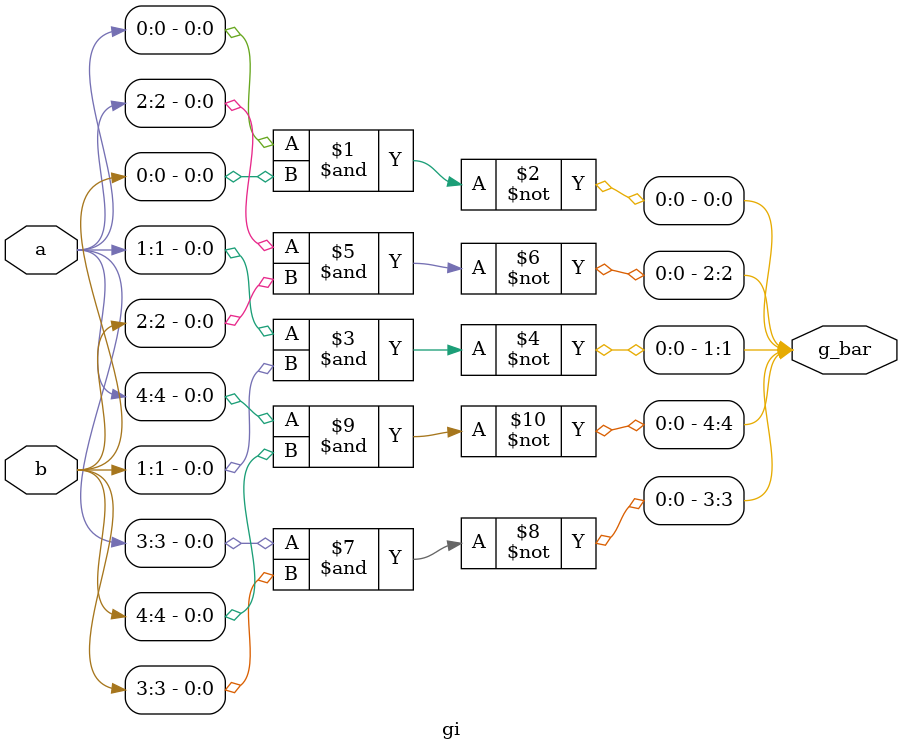
<source format=v>
module gi (
    input  wire [4:0] a,
    input  wire [4:0] b,
    output wire [4:0] g_bar
);
    // G_bar_i = ~(A_i & B_i) = NAND(A_i, B_i)
    assign g_bar[0] = ~(a[0] & b[0]);
    assign g_bar[1] = ~(a[1] & b[1]);
    assign g_bar[2] = ~(a[2] & b[2]);
    assign g_bar[3] = ~(a[3] & b[3]);
    assign g_bar[4] = ~(a[4] & b[4]);
endmodule
</source>
